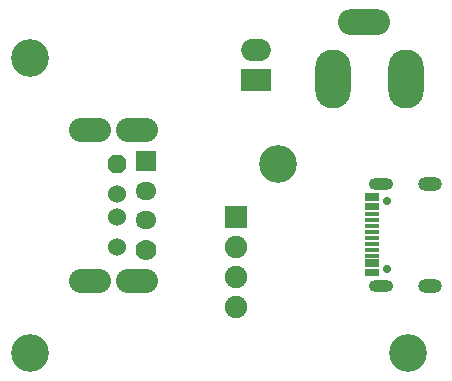
<source format=gbr>
%TF.GenerationSoftware,KiCad,Pcbnew,7.0.2*%
%TF.CreationDate,2023-11-10T23:30:57+01:00*%
%TF.ProjectId,PoweredUSB-Adapter,506f7765-7265-4645-9553-422d41646170,rev?*%
%TF.SameCoordinates,Original*%
%TF.FileFunction,Soldermask,Top*%
%TF.FilePolarity,Negative*%
%FSLAX46Y46*%
G04 Gerber Fmt 4.6, Leading zero omitted, Abs format (unit mm)*
G04 Created by KiCad (PCBNEW 7.0.2) date 2023-11-10 23:30:57*
%MOMM*%
%LPD*%
G01*
G04 APERTURE LIST*
G04 Aperture macros list*
%AMOutline5P*
0 Free polygon, 5 corners , with rotation*
0 The origin of the aperture is its center*
0 number of corners: always 5*
0 $1 to $10 corner X, Y*
0 $11 Rotation angle, in degrees counterclockwise*
0 create outline with 5 corners*
4,1,5,$1,$2,$3,$4,$5,$6,$7,$8,$9,$10,$1,$2,$11*%
%AMOutline6P*
0 Free polygon, 6 corners , with rotation*
0 The origin of the aperture is its center*
0 number of corners: always 6*
0 $1 to $12 corner X, Y*
0 $13 Rotation angle, in degrees counterclockwise*
0 create outline with 6 corners*
4,1,6,$1,$2,$3,$4,$5,$6,$7,$8,$9,$10,$11,$12,$1,$2,$13*%
%AMOutline7P*
0 Free polygon, 7 corners , with rotation*
0 The origin of the aperture is its center*
0 number of corners: always 7*
0 $1 to $14 corner X, Y*
0 $15 Rotation angle, in degrees counterclockwise*
0 create outline with 7 corners*
4,1,7,$1,$2,$3,$4,$5,$6,$7,$8,$9,$10,$11,$12,$13,$14,$1,$2,$15*%
%AMOutline8P*
0 Free polygon, 8 corners , with rotation*
0 The origin of the aperture is its center*
0 number of corners: always 8*
0 $1 to $16 corner X, Y*
0 $17 Rotation angle, in degrees counterclockwise*
0 create outline with 8 corners*
4,1,8,$1,$2,$3,$4,$5,$6,$7,$8,$9,$10,$11,$12,$13,$14,$15,$16,$1,$2,$17*%
G04 Aperture macros list end*
%ADD10R,1.905000X1.905000*%
%ADD11C,1.905000*%
%ADD12C,3.200000*%
%ADD13Outline8P,-0.762000X0.381000X-0.381000X0.762000X0.381000X0.762000X0.762000X0.381000X0.762000X-0.381000X0.381000X-0.762000X-0.381000X-0.762000X-0.762000X-0.381000X270.000000*%
%ADD14C,1.524000*%
%ADD15R,1.778000X1.778000*%
%ADD16O,1.778000X1.524000*%
%ADD17C,1.778000*%
%ADD18O,3.556000X2.032000*%
%ADD19O,3.000000X5.000000*%
%ADD20O,4.400000X2.200000*%
%ADD21C,0.700000*%
%ADD22R,1.300000X0.300000*%
%ADD23O,2.100000X1.000000*%
%ADD24O,2.000000X1.200000*%
%ADD25R,2.500000X1.900000*%
%ADD26O,2.500000X1.900000*%
G04 APERTURE END LIST*
D10*
%TO.C,J2*%
X121484200Y-78500000D03*
D11*
X121484200Y-81040000D03*
X121484200Y-83580000D03*
X121484200Y-86120000D03*
%TD*%
D12*
%TO.C,MH4*%
X136000000Y-90000000D03*
%TD*%
D13*
%TO.C,CN1*%
X111405000Y-74000000D03*
D14*
X111405000Y-76500000D03*
X111405000Y-78500000D03*
X111405000Y-81000000D03*
D15*
X113835000Y-73750000D03*
D16*
X113835000Y-76250000D03*
X113835000Y-78750000D03*
D17*
X113835000Y-81250000D03*
D18*
X113095000Y-71100000D03*
X109095000Y-71100000D03*
X113095000Y-83900000D03*
X109095000Y-83900000D03*
%TD*%
D19*
%TO.C,J1*%
X129684200Y-66800000D03*
X135884200Y-66800000D03*
D20*
X132284200Y-62000000D03*
%TD*%
D12*
%TO.C,MH2*%
X104000000Y-90000000D03*
%TD*%
%TO.C,MH1*%
X104000000Y-65000000D03*
%TD*%
D21*
%TO.C,CN4*%
X134220000Y-82890000D03*
X134220000Y-77110000D03*
D22*
X133000000Y-83350000D03*
X133000000Y-82550000D03*
X133000000Y-81250000D03*
X133000000Y-80250000D03*
X133000000Y-79750000D03*
X133000000Y-78750000D03*
X133000000Y-77450000D03*
X133000000Y-76650000D03*
X133000000Y-76950000D03*
X133000000Y-77750000D03*
X133000000Y-78250000D03*
X133000000Y-79250000D03*
X133000000Y-80750000D03*
X133000000Y-81750000D03*
X133000000Y-82250000D03*
X133000000Y-83050000D03*
D23*
X133720000Y-84320000D03*
D24*
X137900000Y-84320000D03*
D23*
X133720000Y-75680000D03*
D24*
X137900000Y-75680000D03*
%TD*%
D12*
%TO.C,MH3*%
X125000000Y-74000000D03*
%TD*%
D25*
%TO.C,J3*%
X123184200Y-66850000D03*
D26*
X123184200Y-64350000D03*
%TD*%
M02*

</source>
